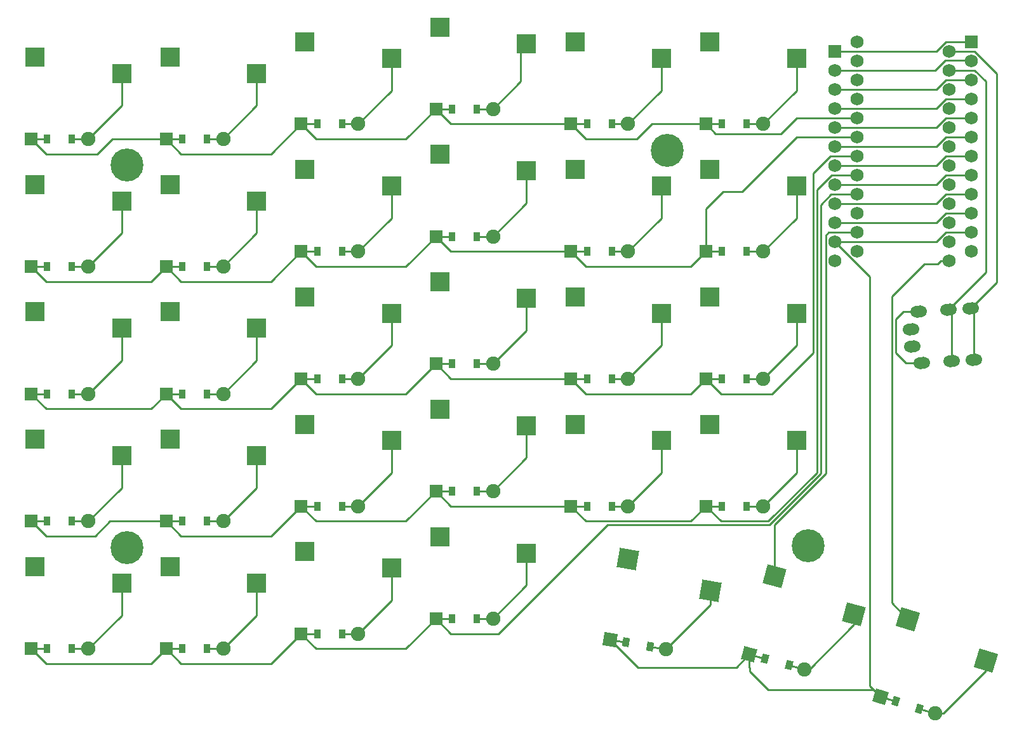
<source format=gbr>
%TF.GenerationSoftware,KiCad,Pcbnew,8.0.4*%
%TF.CreationDate,2024-10-05T17:03:56-04:00*%
%TF.ProjectId,mzizzi-split62,6d7a697a-7a69-42d7-9370-6c697436322e,v1.0.0*%
%TF.SameCoordinates,Original*%
%TF.FileFunction,Copper,L2,Bot*%
%TF.FilePolarity,Positive*%
%FSLAX46Y46*%
G04 Gerber Fmt 4.6, Leading zero omitted, Abs format (unit mm)*
G04 Created by KiCad (PCBNEW 8.0.4) date 2024-10-05 17:03:56*
%MOMM*%
%LPD*%
G01*
G04 APERTURE LIST*
G04 Aperture macros list*
%AMHorizOval*
0 Thick line with rounded ends*
0 $1 width*
0 $2 $3 position (X,Y) of the first rounded end (center of the circle)*
0 $4 $5 position (X,Y) of the second rounded end (center of the circle)*
0 Add line between two ends*
20,1,$1,$2,$3,$4,$5,0*
0 Add two circle primitives to create the rounded ends*
1,1,$1,$2,$3*
1,1,$1,$4,$5*%
%AMRotRect*
0 Rectangle, with rotation*
0 The origin of the aperture is its center*
0 $1 length*
0 $2 width*
0 $3 Rotation angle, in degrees counterclockwise*
0 Add horizontal line*
21,1,$1,$2,0,0,$3*%
G04 Aperture macros list end*
%TA.AperFunction,ComponentPad*%
%ADD10R,1.752600X1.752600*%
%TD*%
%TA.AperFunction,ComponentPad*%
%ADD11C,1.752600*%
%TD*%
%TA.AperFunction,SMDPad,CuDef*%
%ADD12R,2.600000X2.600000*%
%TD*%
%TA.AperFunction,ComponentPad*%
%ADD13HorizOval,1.600000X-0.299472X-0.017792X0.299472X0.017792X0*%
%TD*%
%TA.AperFunction,ComponentPad*%
%ADD14R,1.778000X1.778000*%
%TD*%
%TA.AperFunction,SMDPad,CuDef*%
%ADD15R,0.900000X1.200000*%
%TD*%
%TA.AperFunction,ComponentPad*%
%ADD16C,1.905000*%
%TD*%
%TA.AperFunction,ComponentPad*%
%ADD17C,0.700000*%
%TD*%
%TA.AperFunction,ComponentPad*%
%ADD18C,4.400000*%
%TD*%
%TA.AperFunction,SMDPad,CuDef*%
%ADD19RotRect,2.600000X2.600000X345.000000*%
%TD*%
%TA.AperFunction,ComponentPad*%
%ADD20RotRect,1.778000X1.778000X343.000000*%
%TD*%
%TA.AperFunction,SMDPad,CuDef*%
%ADD21RotRect,0.900000X1.200000X343.000000*%
%TD*%
%TA.AperFunction,SMDPad,CuDef*%
%ADD22RotRect,2.600000X2.600000X350.000000*%
%TD*%
%TA.AperFunction,ComponentPad*%
%ADD23RotRect,1.778000X1.778000X350.000000*%
%TD*%
%TA.AperFunction,SMDPad,CuDef*%
%ADD24RotRect,0.900000X1.200000X350.000000*%
%TD*%
%TA.AperFunction,SMDPad,CuDef*%
%ADD25RotRect,2.600000X2.600000X343.000000*%
%TD*%
%TA.AperFunction,ComponentPad*%
%ADD26RotRect,1.778000X1.778000X345.000000*%
%TD*%
%TA.AperFunction,SMDPad,CuDef*%
%ADD27RotRect,0.900000X1.200000X345.000000*%
%TD*%
%TA.AperFunction,ViaPad*%
%ADD28C,0.800000*%
%TD*%
%TA.AperFunction,Conductor*%
%ADD29C,0.250000*%
%TD*%
G04 APERTURE END LIST*
D10*
%TO.P,MCU2,1*%
%TO.N,RAW*%
X271620000Y-74030000D03*
D11*
%TO.P,MCU2,2*%
%TO.N,GND*%
X271620000Y-76570000D03*
%TO.P,MCU2,3*%
%TO.N,RUN*%
X271620000Y-79110000D03*
%TO.P,MCU2,4*%
%TO.N,VCC*%
X271620000Y-81650000D03*
%TO.P,MCU2,5*%
%TO.N,D29*%
X271620000Y-84190000D03*
%TO.P,MCU2,6*%
%TO.N,D28*%
X271620000Y-86730000D03*
%TO.P,MCU2,7*%
%TO.N,D27*%
X271620000Y-89270000D03*
%TO.P,MCU2,8*%
%TO.N,D26*%
X271620000Y-91810000D03*
%TO.P,MCU2,9*%
%TO.N,D22*%
X271620000Y-94350000D03*
%TO.P,MCU2,10*%
%TO.N,D20*%
X271620000Y-96890000D03*
%TO.P,MCU2,11*%
%TO.N,D23*%
X271620000Y-99430000D03*
%TO.P,MCU2,12*%
%TO.N,D21*%
X271620000Y-101970000D03*
%TO.P,MCU2,13*%
%TO.N,D0*%
X256380000Y-74030000D03*
%TO.P,MCU2,14*%
%TO.N,D1*%
X256380000Y-76570000D03*
%TO.P,MCU2,15*%
%TO.N,GND*%
X256380000Y-79110000D03*
%TO.P,MCU2,16*%
X256380000Y-81650000D03*
%TO.P,MCU2,17*%
%TO.N,D2*%
X256380000Y-84190000D03*
%TO.P,MCU2,18*%
%TO.N,D3*%
X256380000Y-86730000D03*
%TO.P,MCU2,19*%
%TO.N,D4*%
X256380000Y-89270000D03*
%TO.P,MCU2,20*%
%TO.N,D5*%
X256380000Y-91810000D03*
%TO.P,MCU2,21*%
%TO.N,D6*%
X256380000Y-94350000D03*
%TO.P,MCU2,22*%
%TO.N,D7*%
X256380000Y-96890000D03*
%TO.P,MCU2,23*%
%TO.N,D8*%
X256380000Y-99430000D03*
%TO.P,MCU2,24*%
%TO.N,D9*%
X256380000Y-101970000D03*
%TD*%
D12*
%TO.P,S11,1*%
%TO.N,D27*%
X182725000Y-142050000D03*
%TO.P,S11,2*%
%TO.N,ring_mod*%
X194275000Y-144250000D03*
%TD*%
D13*
%TO.P,TRRS1,1*%
%TO.N,VCC*%
X263583485Y-112374210D03*
X263719890Y-114670162D03*
%TO.P,TRRS1,2*%
%TO.N,GND*%
X264545144Y-110013022D03*
X264954358Y-116900877D03*
%TO.P,TRRS1,3*%
%TO.N,D1*%
X268538104Y-109775796D03*
X268947318Y-116663651D03*
%TO.P,TRRS1,4*%
%TO.N,D0*%
X271532823Y-109597877D03*
X271942037Y-116485732D03*
%TD*%
D14*
%TO.P,D23,1*%
%TO.N,D3*%
X218190000Y-102000000D03*
D15*
X220350000Y-102000000D03*
%TO.P,D23,2*%
%TO.N,index_top*%
X223650000Y-102000000D03*
D16*
X225810000Y-102000000D03*
%TD*%
D12*
%TO.P,S3,1*%
%TO.N,D29*%
X146725000Y-110050000D03*
%TO.P,S3,2*%
%TO.N,outer_home*%
X158275000Y-112250000D03*
%TD*%
%TO.P,S1,1*%
%TO.N,D29*%
X146725000Y-144050000D03*
%TO.P,S1,2*%
%TO.N,outer_mod*%
X158275000Y-146250000D03*
%TD*%
D14*
%TO.P,D9,1*%
%TO.N,D3*%
X164190000Y-104000000D03*
D15*
X166350000Y-104000000D03*
%TO.P,D9,2*%
%TO.N,pinky_top*%
X169650000Y-104000000D03*
D16*
X171810000Y-104000000D03*
%TD*%
D14*
%TO.P,D20,1*%
%TO.N,D2*%
X200190000Y-83000000D03*
D15*
X202350000Y-83000000D03*
%TO.P,D20,2*%
%TO.N,middle_num*%
X205650000Y-83000000D03*
D16*
X207810000Y-83000000D03*
%TD*%
D14*
%TO.P,D19,1*%
%TO.N,D3*%
X200190000Y-100000000D03*
D15*
X202350000Y-100000000D03*
%TO.P,D19,2*%
%TO.N,middle_top*%
X205650000Y-100000000D03*
D16*
X207810000Y-100000000D03*
%TD*%
D12*
%TO.P,S9,1*%
%TO.N,D28*%
X164725000Y-93050000D03*
%TO.P,S9,2*%
%TO.N,pinky_top*%
X176275000Y-95250000D03*
%TD*%
%TO.P,S8,1*%
%TO.N,D28*%
X164725000Y-110050000D03*
%TO.P,S8,2*%
%TO.N,pinky_home*%
X176275000Y-112250000D03*
%TD*%
%TO.P,S6,1*%
%TO.N,D28*%
X164725000Y-144050000D03*
%TO.P,S6,2*%
%TO.N,pinky_mod*%
X176275000Y-146250000D03*
%TD*%
%TO.P,S27,1*%
%TO.N,D20*%
X236725000Y-91050000D03*
%TO.P,S27,2*%
%TO.N,inner_top*%
X248275000Y-93250000D03*
%TD*%
D17*
%TO.P,_1,1*%
%TO.N,N/C*%
X248204516Y-140866326D03*
X248973294Y-139864434D03*
X248369352Y-142118376D03*
X250225344Y-139699598D03*
D18*
X249798294Y-141293376D03*
D17*
X249371244Y-142887154D03*
X251227236Y-140468376D03*
X250623294Y-142722318D03*
X251392072Y-141720426D03*
%TD*%
D12*
%TO.P,S16,1*%
%TO.N,D26*%
X200725000Y-140050000D03*
%TO.P,S16,2*%
%TO.N,middle_mod*%
X212275000Y-142250000D03*
%TD*%
D14*
%TO.P,D11,1*%
%TO.N,D6*%
X182190000Y-153000000D03*
D15*
X184350000Y-153000000D03*
%TO.P,D11,2*%
%TO.N,ring_mod*%
X187650000Y-153000000D03*
D16*
X189810000Y-153000000D03*
%TD*%
D10*
%TO.P,MCU1,1*%
%TO.N,RAW*%
X253380000Y-75280000D03*
D11*
%TO.P,MCU1,2*%
%TO.N,GND*%
X253380000Y-77820000D03*
%TO.P,MCU1,3*%
%TO.N,RUN*%
X253380000Y-80360000D03*
%TO.P,MCU1,4*%
%TO.N,VCC*%
X253380000Y-82900000D03*
%TO.P,MCU1,5*%
%TO.N,D29*%
X253380000Y-85440000D03*
%TO.P,MCU1,6*%
%TO.N,D28*%
X253380000Y-87980000D03*
%TO.P,MCU1,7*%
%TO.N,D27*%
X253380000Y-90520000D03*
%TO.P,MCU1,8*%
%TO.N,D26*%
X253380000Y-93060000D03*
%TO.P,MCU1,9*%
%TO.N,D22*%
X253380000Y-95600000D03*
%TO.P,MCU1,10*%
%TO.N,D20*%
X253380000Y-98140000D03*
%TO.P,MCU1,11*%
%TO.N,D23*%
X253380000Y-100680000D03*
%TO.P,MCU1,12*%
%TO.N,D21*%
X253380000Y-103220000D03*
%TO.P,MCU1,13*%
%TO.N,D0*%
X268620000Y-75280000D03*
%TO.P,MCU1,14*%
%TO.N,D1*%
X268620000Y-77820000D03*
%TO.P,MCU1,15*%
%TO.N,GND*%
X268620000Y-80360000D03*
%TO.P,MCU1,16*%
X268620000Y-82900000D03*
%TO.P,MCU1,17*%
%TO.N,D2*%
X268620000Y-85440000D03*
%TO.P,MCU1,18*%
%TO.N,D3*%
X268620000Y-87980000D03*
%TO.P,MCU1,19*%
%TO.N,D4*%
X268620000Y-90520000D03*
%TO.P,MCU1,20*%
%TO.N,D5*%
X268620000Y-93060000D03*
%TO.P,MCU1,21*%
%TO.N,D6*%
X268620000Y-95600000D03*
%TO.P,MCU1,22*%
%TO.N,D7*%
X268620000Y-98140000D03*
%TO.P,MCU1,23*%
%TO.N,D8*%
X268620000Y-100680000D03*
%TO.P,MCU1,24*%
%TO.N,D9*%
X268620000Y-103220000D03*
%TD*%
D14*
%TO.P,D7,1*%
%TO.N,D5*%
X164190000Y-138000000D03*
D15*
X166350000Y-138000000D03*
%TO.P,D7,2*%
%TO.N,pinky_bottom*%
X169650000Y-138000000D03*
D16*
X171810000Y-138000000D03*
%TD*%
D14*
%TO.P,D2,1*%
%TO.N,D5*%
X146190000Y-138000000D03*
D15*
X148350000Y-138000000D03*
%TO.P,D2,2*%
%TO.N,outer_bottom*%
X151650000Y-138000000D03*
D16*
X153810000Y-138000000D03*
%TD*%
D14*
%TO.P,D8,1*%
%TO.N,D4*%
X164190000Y-121000000D03*
D15*
X166350000Y-121000000D03*
%TO.P,D8,2*%
%TO.N,pinky_home*%
X169650000Y-121000000D03*
D16*
X171810000Y-121000000D03*
%TD*%
D12*
%TO.P,S28,1*%
%TO.N,D20*%
X236725000Y-74050000D03*
%TO.P,S28,2*%
%TO.N,inner_num*%
X248275000Y-76250000D03*
%TD*%
%TO.P,S2,1*%
%TO.N,D29*%
X146725000Y-127050000D03*
%TO.P,S2,2*%
%TO.N,outer_bottom*%
X158275000Y-129250000D03*
%TD*%
D14*
%TO.P,D12,1*%
%TO.N,D5*%
X182190000Y-136000000D03*
D15*
X184350000Y-136000000D03*
%TO.P,D12,2*%
%TO.N,ring_bottom*%
X187650000Y-136000000D03*
D16*
X189810000Y-136000000D03*
%TD*%
D12*
%TO.P,S10,1*%
%TO.N,D28*%
X164725000Y-76050000D03*
%TO.P,S10,2*%
%TO.N,pinky_num*%
X176275000Y-78250000D03*
%TD*%
%TO.P,S19,1*%
%TO.N,D26*%
X200725000Y-89050000D03*
%TO.P,S19,2*%
%TO.N,middle_top*%
X212275000Y-91250000D03*
%TD*%
D17*
%TO.P,_2,1*%
%TO.N,N/C*%
X229350000Y-88500000D03*
X229833274Y-87333274D03*
X229833274Y-89666726D03*
X231000000Y-86850000D03*
D18*
X231000000Y-88500000D03*
D17*
X231000000Y-90150000D03*
X232166726Y-87333274D03*
X232166726Y-89666726D03*
X232650000Y-88500000D03*
%TD*%
D12*
%TO.P,S20,1*%
%TO.N,D26*%
X200725000Y-72050000D03*
%TO.P,S20,2*%
%TO.N,middle_num*%
X212275000Y-74250000D03*
%TD*%
%TO.P,S14,1*%
%TO.N,D27*%
X182725000Y-91050000D03*
%TO.P,S14,2*%
%TO.N,ring_top*%
X194275000Y-93250000D03*
%TD*%
D14*
%TO.P,D13,1*%
%TO.N,D4*%
X182190000Y-119000000D03*
D15*
X184350000Y-119000000D03*
%TO.P,D13,2*%
%TO.N,ring_home*%
X187650000Y-119000000D03*
D16*
X189810000Y-119000000D03*
%TD*%
D14*
%TO.P,D18,1*%
%TO.N,D4*%
X200190000Y-117000000D03*
D15*
X202350000Y-117000000D03*
%TO.P,D18,2*%
%TO.N,middle_home*%
X205650000Y-117000000D03*
D16*
X207810000Y-117000000D03*
%TD*%
D14*
%TO.P,D21,1*%
%TO.N,D5*%
X218190000Y-136000000D03*
D15*
X220350000Y-136000000D03*
%TO.P,D21,2*%
%TO.N,index_bottom*%
X223650000Y-136000000D03*
D16*
X225810000Y-136000000D03*
%TD*%
D12*
%TO.P,S23,1*%
%TO.N,D22*%
X218725000Y-91050000D03*
%TO.P,S23,2*%
%TO.N,index_top*%
X230275000Y-93250000D03*
%TD*%
D17*
%TO.P,_3,1*%
%TO.N,N/C*%
X157350000Y-90500000D03*
X157833274Y-89333274D03*
X157833274Y-91666726D03*
X159000000Y-88850000D03*
D18*
X159000000Y-90500000D03*
D17*
X159000000Y-92150000D03*
X160166726Y-89333274D03*
X160166726Y-91666726D03*
X160650000Y-90500000D03*
%TD*%
D14*
%TO.P,D26,1*%
%TO.N,D4*%
X236190000Y-119000000D03*
D15*
X238350000Y-119000000D03*
%TO.P,D26,2*%
%TO.N,inner_home*%
X241650000Y-119000000D03*
D16*
X243810000Y-119000000D03*
%TD*%
D12*
%TO.P,S22,1*%
%TO.N,D22*%
X218725000Y-108050000D03*
%TO.P,S22,2*%
%TO.N,index_home*%
X230275000Y-110250000D03*
%TD*%
D14*
%TO.P,D28,1*%
%TO.N,D2*%
X236190000Y-85000000D03*
D15*
X238350000Y-85000000D03*
%TO.P,D28,2*%
%TO.N,inner_num*%
X241650000Y-85000000D03*
D16*
X243810000Y-85000000D03*
%TD*%
D14*
%TO.P,D25,1*%
%TO.N,D5*%
X236190000Y-136000000D03*
D15*
X238350000Y-136000000D03*
%TO.P,D25,2*%
%TO.N,inner_bottom*%
X241650000Y-136000000D03*
D16*
X243810000Y-136000000D03*
%TD*%
D12*
%TO.P,S13,1*%
%TO.N,D27*%
X182725000Y-108050000D03*
%TO.P,S13,2*%
%TO.N,ring_home*%
X194275000Y-110250000D03*
%TD*%
D14*
%TO.P,D6,1*%
%TO.N,D6*%
X164190000Y-155000000D03*
D15*
X166350000Y-155000000D03*
%TO.P,D6,2*%
%TO.N,pinky_mod*%
X169650000Y-155000000D03*
D16*
X171810000Y-155000000D03*
%TD*%
D12*
%TO.P,S7,1*%
%TO.N,D28*%
X164725000Y-127050000D03*
%TO.P,S7,2*%
%TO.N,pinky_bottom*%
X176275000Y-129250000D03*
%TD*%
%TO.P,S25,1*%
%TO.N,D20*%
X236725000Y-125050000D03*
%TO.P,S25,2*%
%TO.N,inner_bottom*%
X248275000Y-127250000D03*
%TD*%
%TO.P,S18,1*%
%TO.N,D26*%
X200725000Y-106050000D03*
%TO.P,S18,2*%
%TO.N,middle_home*%
X212275000Y-108250000D03*
%TD*%
D19*
%TO.P,S30,1*%
%TO.N,D8*%
X245327851Y-145323669D03*
%TO.P,S30,2*%
%TO.N,thumbMiddle_thumb*%
X255914893Y-150438066D03*
%TD*%
D14*
%TO.P,D3,1*%
%TO.N,D4*%
X146190000Y-121000000D03*
D15*
X148350000Y-121000000D03*
%TO.P,D3,2*%
%TO.N,outer_home*%
X151650000Y-121000000D03*
D16*
X153810000Y-121000000D03*
%TD*%
D14*
%TO.P,D27,1*%
%TO.N,D3*%
X236190000Y-102000000D03*
D15*
X238350000Y-102000000D03*
%TO.P,D27,2*%
%TO.N,inner_top*%
X241650000Y-102000000D03*
D16*
X243810000Y-102000000D03*
%TD*%
D12*
%TO.P,S24,1*%
%TO.N,D22*%
X218725000Y-74050000D03*
%TO.P,S24,2*%
%TO.N,index_num*%
X230275000Y-76250000D03*
%TD*%
D20*
%TO.P,D31,1*%
%TO.N,D23*%
X259442282Y-161390555D03*
D21*
X261507900Y-162022078D03*
%TO.P,D31,2*%
%TO.N,thumbOuter_thumb*%
X264663706Y-162986904D03*
D16*
X266729324Y-163618427D03*
%TD*%
D12*
%TO.P,S12,1*%
%TO.N,D27*%
X182725000Y-125050000D03*
%TO.P,S12,2*%
%TO.N,ring_bottom*%
X194275000Y-127250000D03*
%TD*%
%TO.P,S5,1*%
%TO.N,D29*%
X146725000Y-76050000D03*
%TO.P,S5,2*%
%TO.N,outer_num*%
X158275000Y-78250000D03*
%TD*%
D14*
%TO.P,D10,1*%
%TO.N,D2*%
X164190000Y-87000000D03*
D15*
X166350000Y-87000000D03*
%TO.P,D10,2*%
%TO.N,pinky_num*%
X169650000Y-87000000D03*
D16*
X171810000Y-87000000D03*
%TD*%
D22*
%TO.P,S29,1*%
%TO.N,D7*%
X225807961Y-143071696D03*
%TO.P,S29,2*%
%TO.N,thumbInner_thumb*%
X236800465Y-147243910D03*
%TD*%
D23*
%TO.P,D29,1*%
%TO.N,D23*%
X223379640Y-153762439D03*
D24*
X225506826Y-154137520D03*
%TO.P,D29,2*%
%TO.N,thumbInner_thumb*%
X228756692Y-154710558D03*
D16*
X230883878Y-155085639D03*
%TD*%
D14*
%TO.P,D17,1*%
%TO.N,D5*%
X200190000Y-134000000D03*
D15*
X202350000Y-134000000D03*
%TO.P,D17,2*%
%TO.N,middle_bottom*%
X205650000Y-134000000D03*
D16*
X207810000Y-134000000D03*
%TD*%
D12*
%TO.P,S15,1*%
%TO.N,D27*%
X182725000Y-74050000D03*
%TO.P,S15,2*%
%TO.N,ring_num*%
X194275000Y-76250000D03*
%TD*%
D14*
%TO.P,D15,1*%
%TO.N,D2*%
X182190000Y-85000000D03*
D15*
X184350000Y-85000000D03*
%TO.P,D15,2*%
%TO.N,ring_num*%
X187650000Y-85000000D03*
D16*
X189810000Y-85000000D03*
%TD*%
D14*
%TO.P,D5,1*%
%TO.N,D2*%
X146190000Y-87000000D03*
D15*
X148350000Y-87000000D03*
%TO.P,D5,2*%
%TO.N,outer_num*%
X151650000Y-87000000D03*
D16*
X153810000Y-87000000D03*
%TD*%
D12*
%TO.P,S4,1*%
%TO.N,D29*%
X146725000Y-93050000D03*
%TO.P,S4,2*%
%TO.N,outer_top*%
X158275000Y-95250000D03*
%TD*%
D17*
%TO.P,_4,1*%
%TO.N,N/C*%
X157350000Y-141500000D03*
X157833274Y-140333274D03*
X157833274Y-142666726D03*
X159000000Y-139850000D03*
D18*
X159000000Y-141500000D03*
D17*
X159000000Y-143150000D03*
X160166726Y-140333274D03*
X160166726Y-142666726D03*
X160650000Y-141500000D03*
%TD*%
D12*
%TO.P,S26,1*%
%TO.N,D20*%
X236725000Y-108050000D03*
%TO.P,S26,2*%
%TO.N,inner_home*%
X248275000Y-110250000D03*
%TD*%
D14*
%TO.P,D24,1*%
%TO.N,D2*%
X218190000Y-85000000D03*
D15*
X220350000Y-85000000D03*
%TO.P,D24,2*%
%TO.N,index_num*%
X223650000Y-85000000D03*
D16*
X225810000Y-85000000D03*
%TD*%
D25*
%TO.P,S31,1*%
%TO.N,D9*%
X263155375Y-151075437D03*
%TO.P,S31,2*%
%TO.N,thumbOuter_thumb*%
X273557477Y-156556201D03*
%TD*%
D12*
%TO.P,S17,1*%
%TO.N,D26*%
X200725000Y-123050000D03*
%TO.P,S17,2*%
%TO.N,middle_bottom*%
X212275000Y-125250000D03*
%TD*%
D14*
%TO.P,D1,1*%
%TO.N,D6*%
X146190000Y-155000000D03*
D15*
X148350000Y-155000000D03*
%TO.P,D1,2*%
%TO.N,outer_mod*%
X151650000Y-155000000D03*
D16*
X153810000Y-155000000D03*
%TD*%
D14*
%TO.P,D22,1*%
%TO.N,D4*%
X218190000Y-119000000D03*
D15*
X220350000Y-119000000D03*
%TO.P,D22,2*%
%TO.N,index_home*%
X223650000Y-119000000D03*
D16*
X225810000Y-119000000D03*
%TD*%
D14*
%TO.P,D4,1*%
%TO.N,D3*%
X146190000Y-104000000D03*
D15*
X148350000Y-104000000D03*
%TO.P,D4,2*%
%TO.N,outer_top*%
X151650000Y-104000000D03*
D16*
X153810000Y-104000000D03*
%TD*%
D26*
%TO.P,D30,1*%
%TO.N,D23*%
X241977012Y-155762088D03*
D27*
X244063411Y-156321140D03*
%TO.P,D30,2*%
%TO.N,thumbMiddle_thumb*%
X247250967Y-157175240D03*
D16*
X249337366Y-157734292D03*
%TD*%
D14*
%TO.P,D16,1*%
%TO.N,D6*%
X200190000Y-151000000D03*
D15*
X202350000Y-151000000D03*
%TO.P,D16,2*%
%TO.N,middle_mod*%
X205650000Y-151000000D03*
D16*
X207810000Y-151000000D03*
%TD*%
D12*
%TO.P,S21,1*%
%TO.N,D22*%
X218725000Y-125050000D03*
%TO.P,S21,2*%
%TO.N,index_bottom*%
X230275000Y-127250000D03*
%TD*%
D14*
%TO.P,D14,1*%
%TO.N,D3*%
X182190000Y-102000000D03*
D15*
X184350000Y-102000000D03*
%TO.P,D14,2*%
%TO.N,ring_top*%
X187650000Y-102000000D03*
D16*
X189810000Y-102000000D03*
%TD*%
D28*
%TO.N,D22*%
X218725000Y-91050000D03*
%TO.N,D9*%
X263155375Y-151075437D03*
%TO.N,D8*%
X245327851Y-145323669D03*
%TO.N,D7*%
X225807961Y-143071696D03*
%TO.N,D29*%
X146725000Y-144050000D03*
X146725000Y-93050000D03*
X146725000Y-76050000D03*
X146725000Y-127050000D03*
X146725000Y-110050000D03*
%TO.N,D28*%
X164725000Y-76050000D03*
X164725000Y-127050000D03*
X164725000Y-110050000D03*
X164725000Y-93050000D03*
X164725000Y-144050000D03*
%TO.N,D27*%
X182725000Y-74050000D03*
X182725000Y-108050000D03*
X182725000Y-91050000D03*
X182725000Y-125050000D03*
X182725000Y-142050000D03*
%TO.N,D26*%
X200725000Y-123050000D03*
X200725000Y-89050000D03*
X200725000Y-140050000D03*
X200725000Y-106050000D03*
X200725000Y-72050000D03*
%TO.N,D22*%
X218725000Y-74050000D03*
X218725000Y-108050000D03*
X218725000Y-125050000D03*
%TO.N,D20*%
X236725000Y-108050000D03*
X236725000Y-91050000D03*
X236725000Y-125050000D03*
X236725000Y-74050000D03*
%TD*%
D29*
%TO.N,D9*%
X267557501Y-103220000D02*
X268620000Y-103220000D01*
X265330000Y-103670000D02*
X267107501Y-103670000D01*
X261000000Y-148920062D02*
X261000000Y-108000000D01*
X261000000Y-108000000D02*
X265330000Y-103670000D01*
X263155375Y-151075437D02*
X261000000Y-148920062D01*
X267107501Y-103670000D02*
X267557501Y-103220000D01*
%TO.N,D23*%
X258062085Y-160010358D02*
X258062085Y-105362085D01*
X259442282Y-161390555D02*
X258062085Y-160010358D01*
X258062085Y-105362085D02*
X253380000Y-100680000D01*
%TO.N,middle_num*%
X211500000Y-75025000D02*
X211500000Y-79310000D01*
X211500000Y-79310000D02*
X207810000Y-83000000D01*
X212275000Y-74250000D02*
X211500000Y-75025000D01*
%TO.N,thumbMiddle_thumb*%
X249964526Y-157734292D02*
X249337366Y-157734292D01*
X255914893Y-151783925D02*
X249964526Y-157734292D01*
X255914893Y-150438066D02*
X255914893Y-151783925D01*
%TO.N,thumbOuter_thumb*%
X273557477Y-157915600D02*
X267854650Y-163618427D01*
X267854650Y-163618427D02*
X266729324Y-163618427D01*
X273557477Y-156556201D02*
X273557477Y-157915600D01*
%TO.N,D8*%
X252570000Y-99430000D02*
X256380000Y-99430000D01*
X252178700Y-131594092D02*
X252178700Y-99821300D01*
X245327851Y-138444941D02*
X252178700Y-131594092D01*
X252178700Y-99821300D02*
X252570000Y-99430000D01*
X245327851Y-145323669D02*
X245327851Y-138444941D01*
%TO.N,D23*%
X241977012Y-157477012D02*
X241977012Y-155762088D01*
X242000000Y-157500000D02*
X241977012Y-157477012D01*
X244500000Y-160500000D02*
X242000000Y-158000000D01*
X242000000Y-158000000D02*
X242000000Y-157500000D01*
X258551727Y-160500000D02*
X244500000Y-160500000D01*
X259442282Y-161390555D02*
X258551727Y-160500000D01*
X227117201Y-157500000D02*
X223379640Y-153762439D01*
X240239100Y-157500000D02*
X227117201Y-157500000D01*
X241977012Y-155762088D02*
X240239100Y-157500000D01*
%TO.N,thumbInner_thumb*%
X236800465Y-149169052D02*
X236800465Y-147243910D01*
X230883878Y-155085639D02*
X236800465Y-149169052D01*
%TO.N,D6*%
X251500000Y-95761300D02*
X252911300Y-94350000D01*
X223050000Y-138450000D02*
X244686396Y-138450000D01*
X252911300Y-94350000D02*
X256380000Y-94350000D01*
X208500000Y-153000000D02*
X223050000Y-138450000D01*
X251500000Y-131636396D02*
X251500000Y-95761300D01*
X202190000Y-153000000D02*
X208500000Y-153000000D01*
X200190000Y-151000000D02*
X202190000Y-153000000D01*
X244686396Y-138450000D02*
X251500000Y-131636396D01*
%TO.N,D5*%
X252931105Y-91810000D02*
X256380000Y-91810000D01*
X251000000Y-93741105D02*
X252931105Y-91810000D01*
X238190000Y-138000000D02*
X244500000Y-138000000D01*
X251000000Y-131500000D02*
X251000000Y-93741105D01*
X236190000Y-136000000D02*
X238190000Y-138000000D01*
X244500000Y-138000000D02*
X251000000Y-131500000D01*
%TO.N,D4*%
X252793705Y-89270000D02*
X256380000Y-89270000D01*
X250500000Y-115500000D02*
X250500000Y-91563705D01*
X245000000Y-121000000D02*
X250500000Y-115500000D01*
X250500000Y-91563705D02*
X252793705Y-89270000D01*
X238190000Y-121000000D02*
X245000000Y-121000000D01*
X236190000Y-119000000D02*
X238190000Y-121000000D01*
%TO.N,D3*%
X248270000Y-86730000D02*
X256380000Y-86730000D01*
X241000000Y-94000000D02*
X248270000Y-86730000D01*
X238500000Y-94000000D02*
X241000000Y-94000000D01*
X236190000Y-96310000D02*
X238500000Y-94000000D01*
X236190000Y-102000000D02*
X236190000Y-96310000D01*
%TO.N,D2*%
X248310000Y-84190000D02*
X256380000Y-84190000D01*
X246222500Y-86277500D02*
X248310000Y-84190000D01*
X237467500Y-86277500D02*
X246222500Y-86277500D01*
X236190000Y-85000000D02*
X237467500Y-86277500D01*
%TO.N,D29*%
X253380000Y-85440000D02*
X266921105Y-85440000D01*
X268171105Y-84190000D02*
X271620000Y-84190000D01*
X266921105Y-85440000D02*
X268171105Y-84190000D01*
%TO.N,outer_mod*%
X158275000Y-150535000D02*
X153810000Y-155000000D01*
X153810000Y-155000000D02*
X151650000Y-155000000D01*
X158275000Y-146250000D02*
X158275000Y-150535000D01*
%TO.N,outer_bottom*%
X153810000Y-138000000D02*
X151650000Y-138000000D01*
X158275000Y-129250000D02*
X158275000Y-133535000D01*
X158275000Y-133535000D02*
X153810000Y-138000000D01*
%TO.N,outer_home*%
X158275000Y-112250000D02*
X158275000Y-116535000D01*
X153810000Y-121000000D02*
X151650000Y-121000000D01*
X158275000Y-116535000D02*
X153810000Y-121000000D01*
%TO.N,outer_top*%
X153810000Y-104000000D02*
X151650000Y-104000000D01*
X158275000Y-99535000D02*
X153810000Y-104000000D01*
X158275000Y-95250000D02*
X158275000Y-99535000D01*
%TO.N,outer_num*%
X158275000Y-78250000D02*
X158275000Y-82535000D01*
X153810000Y-87000000D02*
X151650000Y-87000000D01*
X158275000Y-82535000D02*
X153810000Y-87000000D01*
%TO.N,D28*%
X253380000Y-87980000D02*
X266921105Y-87980000D01*
X266921105Y-87980000D02*
X268171105Y-86730000D01*
X268171105Y-86730000D02*
X271620000Y-86730000D01*
%TO.N,pinky_mod*%
X169650000Y-155000000D02*
X171810000Y-155000000D01*
X176275000Y-150535000D02*
X171810000Y-155000000D01*
X176275000Y-146250000D02*
X176275000Y-150535000D01*
%TO.N,pinky_bottom*%
X176275000Y-133535000D02*
X171810000Y-138000000D01*
X176275000Y-129250000D02*
X176275000Y-133535000D01*
X171810000Y-138000000D02*
X169650000Y-138000000D01*
%TO.N,pinky_home*%
X169650000Y-121000000D02*
X171810000Y-121000000D01*
X176275000Y-112250000D02*
X176275000Y-116535000D01*
X176275000Y-116535000D02*
X171810000Y-121000000D01*
%TO.N,pinky_top*%
X176275000Y-99535000D02*
X171810000Y-104000000D01*
X176275000Y-95250000D02*
X176275000Y-99535000D01*
X171810000Y-104000000D02*
X169650000Y-104000000D01*
%TO.N,pinky_num*%
X176275000Y-78250000D02*
X176275000Y-82535000D01*
X176275000Y-82535000D02*
X171810000Y-87000000D01*
X171810000Y-87000000D02*
X169650000Y-87000000D01*
%TO.N,D27*%
X253380000Y-90520000D02*
X266921105Y-90520000D01*
X266921105Y-90520000D02*
X268171105Y-89270000D01*
X268171105Y-89270000D02*
X271620000Y-89270000D01*
%TO.N,ring_mod*%
X187650000Y-153000000D02*
X189810000Y-153000000D01*
X194275000Y-148535000D02*
X189810000Y-153000000D01*
X194275000Y-144250000D02*
X194275000Y-148535000D01*
%TO.N,ring_bottom*%
X194275000Y-131535000D02*
X189810000Y-136000000D01*
X189810000Y-136000000D02*
X187650000Y-136000000D01*
X194275000Y-127250000D02*
X194275000Y-131535000D01*
%TO.N,ring_home*%
X187650000Y-119000000D02*
X189810000Y-119000000D01*
X194275000Y-114535000D02*
X189810000Y-119000000D01*
X194275000Y-110250000D02*
X194275000Y-114535000D01*
%TO.N,ring_top*%
X194275000Y-93250000D02*
X194275000Y-97535000D01*
X189810000Y-102000000D02*
X187650000Y-102000000D01*
X194275000Y-97535000D02*
X189810000Y-102000000D01*
%TO.N,ring_num*%
X194275000Y-80535000D02*
X189810000Y-85000000D01*
X194275000Y-76250000D02*
X194275000Y-80535000D01*
X189810000Y-85000000D02*
X187650000Y-85000000D01*
%TO.N,D26*%
X266921105Y-93060000D02*
X268171105Y-91810000D01*
X268171105Y-91810000D02*
X271620000Y-91810000D01*
X253380000Y-93060000D02*
X266921105Y-93060000D01*
%TO.N,middle_mod*%
X212275000Y-142250000D02*
X212275000Y-146535000D01*
X205650000Y-151000000D02*
X207810000Y-151000000D01*
X212275000Y-146535000D02*
X207810000Y-151000000D01*
%TO.N,middle_bottom*%
X207810000Y-134000000D02*
X205650000Y-134000000D01*
X212275000Y-125250000D02*
X212275000Y-129535000D01*
X212275000Y-129535000D02*
X207810000Y-134000000D01*
%TO.N,middle_home*%
X205650000Y-117000000D02*
X207810000Y-117000000D01*
X212275000Y-112535000D02*
X207810000Y-117000000D01*
X212275000Y-108250000D02*
X212275000Y-112535000D01*
%TO.N,middle_top*%
X207810000Y-100000000D02*
X205650000Y-100000000D01*
X212275000Y-91250000D02*
X212275000Y-95535000D01*
X212275000Y-95535000D02*
X207810000Y-100000000D01*
%TO.N,middle_num*%
X207810000Y-83000000D02*
X205650000Y-83000000D01*
%TO.N,D22*%
X266921105Y-95600000D02*
X268171105Y-94350000D01*
X268171105Y-94350000D02*
X271620000Y-94350000D01*
X253380000Y-95600000D02*
X266921105Y-95600000D01*
%TO.N,index_bottom*%
X225810000Y-136000000D02*
X223650000Y-136000000D01*
X230275000Y-127250000D02*
X230275000Y-131535000D01*
X230275000Y-131535000D02*
X225810000Y-136000000D01*
%TO.N,index_home*%
X230275000Y-114535000D02*
X225810000Y-119000000D01*
X230275000Y-110250000D02*
X230275000Y-114535000D01*
X223650000Y-119000000D02*
X225810000Y-119000000D01*
%TO.N,index_top*%
X225810000Y-102000000D02*
X223650000Y-102000000D01*
X230275000Y-93250000D02*
X230275000Y-97535000D01*
X230275000Y-97535000D02*
X225810000Y-102000000D01*
%TO.N,index_num*%
X230275000Y-76250000D02*
X230275000Y-80535000D01*
X230275000Y-80535000D02*
X225810000Y-85000000D01*
X225810000Y-85000000D02*
X223650000Y-85000000D01*
%TO.N,D20*%
X266921105Y-98140000D02*
X268171105Y-96890000D01*
X253380000Y-98140000D02*
X266921105Y-98140000D01*
X268171105Y-96890000D02*
X271620000Y-96890000D01*
X236725000Y-74050000D02*
X236875000Y-74200000D01*
%TO.N,inner_bottom*%
X248275000Y-131535000D02*
X243810000Y-136000000D01*
X248275000Y-127250000D02*
X248275000Y-131535000D01*
X243810000Y-136000000D02*
X241650000Y-136000000D01*
%TO.N,inner_home*%
X248275000Y-114535000D02*
X243810000Y-119000000D01*
X248275000Y-110250000D02*
X248275000Y-114535000D01*
X241650000Y-119000000D02*
X243810000Y-119000000D01*
%TO.N,inner_top*%
X248275000Y-93250000D02*
X248275000Y-97535000D01*
X243810000Y-102000000D02*
X241650000Y-102000000D01*
X248275000Y-97535000D02*
X243810000Y-102000000D01*
%TO.N,inner_num*%
X243810000Y-85000000D02*
X241650000Y-85000000D01*
X248275000Y-80535000D02*
X243810000Y-85000000D01*
X248275000Y-76250000D02*
X248275000Y-80535000D01*
%TO.N,thumbInner_thumb*%
X228756692Y-154710558D02*
X230883877Y-155085639D01*
%TO.N,thumbMiddle_thumb*%
X247250967Y-157175241D02*
X249337366Y-157734291D01*
%TO.N,thumbOuter_thumb*%
X264663706Y-162986904D02*
X266729324Y-163618427D01*
%TO.N,D6*%
X162190000Y-157000000D02*
X148190000Y-157000000D01*
X200190000Y-151000000D02*
X202350000Y-151000000D01*
X184190000Y-155000000D02*
X182190000Y-153000000D01*
X148350000Y-155000000D02*
X146190000Y-155000000D01*
X164190000Y-155000000D02*
X162190000Y-157000000D01*
X178190000Y-157000000D02*
X166190000Y-157000000D01*
X148190000Y-157000000D02*
X146190000Y-155000000D01*
X164190000Y-155000000D02*
X166350000Y-155000000D01*
X182190000Y-153000000D02*
X178190000Y-157000000D01*
X200190000Y-151000000D02*
X196190000Y-155000000D01*
X196190000Y-155000000D02*
X184190000Y-155000000D01*
X166190000Y-157000000D02*
X164190000Y-155000000D01*
X182190000Y-153000000D02*
X184350000Y-153000000D01*
%TO.N,D5*%
X196190000Y-138000000D02*
X184190000Y-138000000D01*
X220190000Y-138000000D02*
X218190000Y-136000000D01*
X148190000Y-140000000D02*
X146190000Y-138000000D01*
X200190000Y-134000000D02*
X196190000Y-138000000D01*
X236190000Y-136000000D02*
X234190000Y-138000000D01*
X218190000Y-136000000D02*
X202190000Y-136000000D01*
X202350000Y-134000000D02*
X200190000Y-134000000D01*
X156714555Y-138000000D02*
X154714555Y-140000000D01*
X234190000Y-138000000D02*
X220190000Y-138000000D01*
X202190000Y-136000000D02*
X200190000Y-134000000D01*
X220350000Y-136000000D02*
X218190000Y-136000000D01*
X238350000Y-136000000D02*
X236190000Y-136000000D01*
X154714555Y-140000000D02*
X148190000Y-140000000D01*
X166190000Y-140000000D02*
X164190000Y-138000000D01*
X184190000Y-138000000D02*
X182190000Y-136000000D01*
X178190000Y-140000000D02*
X166190000Y-140000000D01*
X166350000Y-138000000D02*
X164190000Y-138000000D01*
X148350000Y-138000000D02*
X146190000Y-138000000D01*
X182190000Y-136000000D02*
X178190000Y-140000000D01*
X184350000Y-136000000D02*
X182190000Y-136000000D01*
X164190000Y-138000000D02*
X156714555Y-138000000D01*
%TO.N,D4*%
X218190000Y-119000000D02*
X220350000Y-119000000D01*
X236190000Y-119000000D02*
X238350000Y-119000000D01*
X182190000Y-119000000D02*
X184350000Y-119000000D01*
X202190000Y-119000000D02*
X200190000Y-117000000D01*
X220190000Y-121000000D02*
X218190000Y-119000000D01*
X164190000Y-121000000D02*
X162190000Y-123000000D01*
X200190000Y-117000000D02*
X196190000Y-121000000D01*
X166190000Y-123000000D02*
X164190000Y-121000000D01*
X182190000Y-119000000D02*
X178190000Y-123000000D01*
X200190000Y-117000000D02*
X202350000Y-117000000D01*
X196190000Y-121000000D02*
X184190000Y-121000000D01*
X184190000Y-121000000D02*
X182190000Y-119000000D01*
X218190000Y-119000000D02*
X202190000Y-119000000D01*
X236190000Y-119000000D02*
X234190000Y-121000000D01*
X234190000Y-121000000D02*
X220190000Y-121000000D01*
X178190000Y-123000000D02*
X166190000Y-123000000D01*
X148190000Y-123000000D02*
X146190000Y-121000000D01*
X162190000Y-123000000D02*
X148190000Y-123000000D01*
X164190000Y-121000000D02*
X166350000Y-121000000D01*
X148350000Y-121000000D02*
X146190000Y-121000000D01*
%TO.N,D3*%
X202190000Y-102000000D02*
X200190000Y-100000000D01*
X220190000Y-104000000D02*
X218190000Y-102000000D01*
X196190000Y-104000000D02*
X184190000Y-104000000D01*
X166190000Y-106000000D02*
X164190000Y-104000000D01*
X238350000Y-102000000D02*
X236190000Y-102000000D01*
X162190000Y-106000000D02*
X148190000Y-106000000D01*
X148350000Y-104000000D02*
X146190000Y-104000000D01*
X202350000Y-100000000D02*
X200190000Y-100000000D01*
X218190000Y-102000000D02*
X202190000Y-102000000D01*
X236190000Y-102000000D02*
X234190000Y-104000000D01*
X234190000Y-104000000D02*
X220190000Y-104000000D01*
X166350000Y-104000000D02*
X164190000Y-104000000D01*
X182190000Y-102000000D02*
X178190000Y-106000000D01*
X164190000Y-104000000D02*
X162190000Y-106000000D01*
X200190000Y-100000000D02*
X196190000Y-104000000D01*
X148190000Y-106000000D02*
X146190000Y-104000000D01*
X184190000Y-104000000D02*
X182190000Y-102000000D01*
X184350000Y-102000000D02*
X182190000Y-102000000D01*
X220350000Y-102000000D02*
X218190000Y-102000000D01*
X178190000Y-106000000D02*
X166190000Y-106000000D01*
%TO.N,D2*%
X166350000Y-87000000D02*
X164190000Y-87000000D01*
X157000000Y-87000000D02*
X155000000Y-89000000D01*
X182190000Y-85000000D02*
X178190000Y-89000000D01*
X227000000Y-87000000D02*
X220190000Y-87000000D01*
X184190000Y-87000000D02*
X182190000Y-85000000D01*
X148350000Y-87000000D02*
X146190000Y-87000000D01*
X148190000Y-89000000D02*
X146190000Y-87000000D01*
X220190000Y-87000000D02*
X218190000Y-85000000D01*
X202190000Y-85000000D02*
X200190000Y-83000000D01*
X202350000Y-83000000D02*
X200190000Y-83000000D01*
X218190000Y-85000000D02*
X202190000Y-85000000D01*
X164190000Y-87000000D02*
X157000000Y-87000000D01*
X196190000Y-87000000D02*
X184190000Y-87000000D01*
X184350000Y-85000000D02*
X182190000Y-85000000D01*
X238350000Y-85000000D02*
X236190000Y-85000000D01*
X229000000Y-85000000D02*
X227000000Y-87000000D01*
X236190000Y-85000000D02*
X229000000Y-85000000D01*
X220350000Y-85000000D02*
X218190000Y-85000000D01*
X178190000Y-89000000D02*
X166190000Y-89000000D01*
X155000000Y-89000000D02*
X148190000Y-89000000D01*
X166190000Y-89000000D02*
X164190000Y-87000000D01*
X200190000Y-83000000D02*
X196190000Y-87000000D01*
%TO.N,D23*%
X253380000Y-100680000D02*
X266921105Y-100680000D01*
X241977012Y-155762089D02*
X244063411Y-156321139D01*
X259442282Y-161390555D02*
X261507900Y-162022078D01*
X266921105Y-100680000D02*
X268171105Y-99430000D01*
X268171105Y-99430000D02*
X271620000Y-99430000D01*
X223379641Y-153762439D02*
X225506826Y-154137520D01*
%TO.N,RAW*%
X268171105Y-74030000D02*
X271620000Y-74030000D01*
X266921105Y-75280000D02*
X268171105Y-74030000D01*
X253380000Y-75280000D02*
X266921105Y-75280000D01*
%TO.N,GND*%
X266783705Y-77820000D02*
X268122405Y-76481300D01*
X264954358Y-116900877D02*
X262900877Y-116900877D01*
X262900877Y-116900877D02*
X261500000Y-115500000D01*
X253380000Y-77820000D02*
X266783705Y-77820000D01*
X261500000Y-115500000D02*
X261500000Y-111000000D01*
X268122405Y-76481300D02*
X271531300Y-76481300D01*
X261500000Y-111000000D02*
X262486978Y-110013022D01*
X262486978Y-110013022D02*
X264545144Y-110013022D01*
X271531300Y-76481300D02*
X271620000Y-76570000D01*
%TO.N,RUN*%
X268171105Y-79110000D02*
X271620000Y-79110000D01*
X253380000Y-80360000D02*
X266921105Y-80360000D01*
X266921105Y-80360000D02*
X268171105Y-79110000D01*
%TO.N,VCC*%
X253380000Y-82900000D02*
X266921105Y-82900000D01*
X266921105Y-82900000D02*
X268171105Y-81650000D01*
X268171105Y-81650000D02*
X271620000Y-81650000D01*
%TO.N,D0*%
X271532823Y-109597877D02*
X275000000Y-106130700D01*
X272028895Y-75280000D02*
X268620000Y-75280000D01*
X271942037Y-116485732D02*
X271942037Y-110007091D01*
X275000000Y-106130700D02*
X275000000Y-78251105D01*
X271942037Y-110007091D02*
X271532823Y-109597877D01*
X275000000Y-78251105D02*
X272028895Y-75280000D01*
%TO.N,D1*%
X268538104Y-109775796D02*
X273500000Y-104813900D01*
X273500000Y-79291105D02*
X272028895Y-77820000D01*
X272028895Y-77820000D02*
X268620000Y-77820000D01*
X268947318Y-110185010D02*
X268538104Y-109775796D01*
X273500000Y-104813900D02*
X273500000Y-79291105D01*
X268947318Y-116663651D02*
X268947318Y-110185010D01*
%TD*%
M02*

</source>
